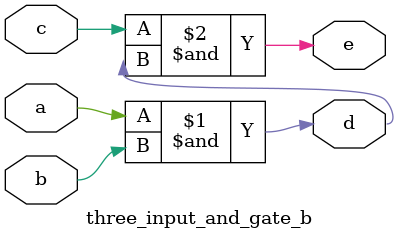
<source format=v>
`timescale 1ns / 1ps
module three_input_and_gate_b(
     input a,b,c,
    output d,e
);

assign d = a&b;
assign e = c&d;
endmodule

</source>
